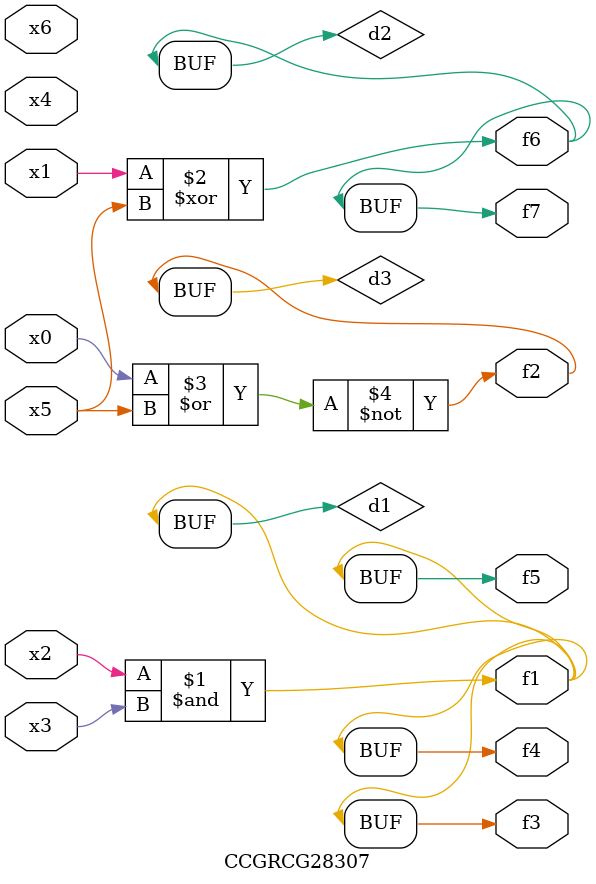
<source format=v>
module CCGRCG28307(
	input x0, x1, x2, x3, x4, x5, x6,
	output f1, f2, f3, f4, f5, f6, f7
);

	wire d1, d2, d3;

	and (d1, x2, x3);
	xor (d2, x1, x5);
	nor (d3, x0, x5);
	assign f1 = d1;
	assign f2 = d3;
	assign f3 = d1;
	assign f4 = d1;
	assign f5 = d1;
	assign f6 = d2;
	assign f7 = d2;
endmodule

</source>
